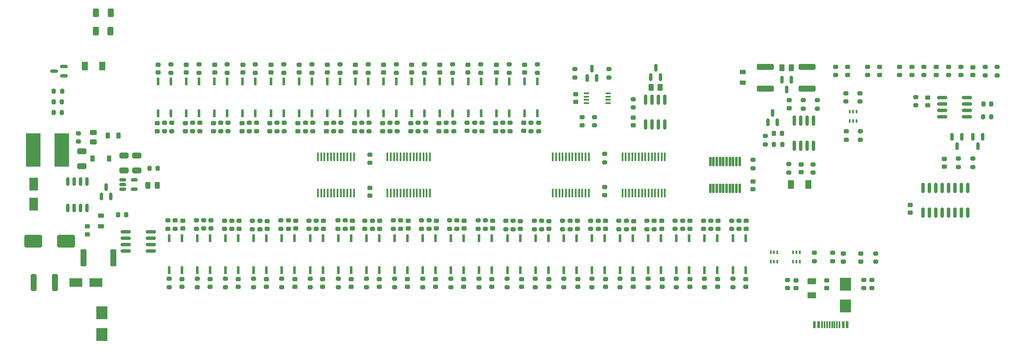
<source format=gbr>
%TF.GenerationSoftware,KiCad,Pcbnew,(6.0.0)*%
%TF.CreationDate,2023-02-03T10:22:37+01:00*%
%TF.ProjectId,boneIO - input WT32,626f6e65-494f-4202-9d20-696e70757420,rev?*%
%TF.SameCoordinates,Original*%
%TF.FileFunction,Paste,Top*%
%TF.FilePolarity,Positive*%
%FSLAX46Y46*%
G04 Gerber Fmt 4.6, Leading zero omitted, Abs format (unit mm)*
G04 Created by KiCad (PCBNEW (6.0.0)) date 2023-02-03 10:22:37*
%MOMM*%
%LPD*%
G01*
G04 APERTURE LIST*
G04 Aperture macros list*
%AMRoundRect*
0 Rectangle with rounded corners*
0 $1 Rounding radius*
0 $2 $3 $4 $5 $6 $7 $8 $9 X,Y pos of 4 corners*
0 Add a 4 corners polygon primitive as box body*
4,1,4,$2,$3,$4,$5,$6,$7,$8,$9,$2,$3,0*
0 Add four circle primitives for the rounded corners*
1,1,$1+$1,$2,$3*
1,1,$1+$1,$4,$5*
1,1,$1+$1,$6,$7*
1,1,$1+$1,$8,$9*
0 Add four rect primitives between the rounded corners*
20,1,$1+$1,$2,$3,$4,$5,0*
20,1,$1+$1,$4,$5,$6,$7,0*
20,1,$1+$1,$6,$7,$8,$9,0*
20,1,$1+$1,$8,$9,$2,$3,0*%
G04 Aperture macros list end*
%ADD10RoundRect,0.250000X0.650000X-0.325000X0.650000X0.325000X-0.650000X0.325000X-0.650000X-0.325000X0*%
%ADD11RoundRect,0.200000X0.275000X-0.200000X0.275000X0.200000X-0.275000X0.200000X-0.275000X-0.200000X0*%
%ADD12RoundRect,0.150000X-0.150000X0.587500X-0.150000X-0.587500X0.150000X-0.587500X0.150000X0.587500X0*%
%ADD13R,2.850000X6.600000*%
%ADD14R,0.400000X0.650000*%
%ADD15RoundRect,0.200000X-0.275000X0.200000X-0.275000X-0.200000X0.275000X-0.200000X0.275000X0.200000X0*%
%ADD16RoundRect,0.225000X-0.250000X0.225000X-0.250000X-0.225000X0.250000X-0.225000X0.250000X0.225000X0*%
%ADD17RoundRect,0.225000X0.250000X-0.225000X0.250000X0.225000X-0.250000X0.225000X-0.250000X-0.225000X0*%
%ADD18RoundRect,0.243750X0.456250X-0.243750X0.456250X0.243750X-0.456250X0.243750X-0.456250X-0.243750X0*%
%ADD19RoundRect,0.218750X-0.256250X0.218750X-0.256250X-0.218750X0.256250X-0.218750X0.256250X0.218750X0*%
%ADD20R,1.800000X2.500000*%
%ADD21RoundRect,0.218750X0.256250X-0.218750X0.256250X0.218750X-0.256250X0.218750X-0.256250X-0.218750X0*%
%ADD22R,0.600000X1.500000*%
%ADD23RoundRect,0.218750X0.381250X-0.218750X0.381250X0.218750X-0.381250X0.218750X-0.381250X-0.218750X0*%
%ADD24RoundRect,0.125000X-0.125000X0.825000X-0.125000X-0.825000X0.125000X-0.825000X0.125000X0.825000X0*%
%ADD25RoundRect,0.200000X0.200000X0.275000X-0.200000X0.275000X-0.200000X-0.275000X0.200000X-0.275000X0*%
%ADD26R,0.450000X1.750000*%
%ADD27RoundRect,0.250000X-0.312500X-0.625000X0.312500X-0.625000X0.312500X0.625000X-0.312500X0.625000X0*%
%ADD28RoundRect,0.150000X0.150000X-0.825000X0.150000X0.825000X-0.150000X0.825000X-0.150000X-0.825000X0*%
%ADD29R,2.500000X1.800000*%
%ADD30R,2.300000X2.500000*%
%ADD31RoundRect,0.150000X0.150000X-0.587500X0.150000X0.587500X-0.150000X0.587500X-0.150000X-0.587500X0*%
%ADD32RoundRect,0.250000X-0.650000X0.325000X-0.650000X-0.325000X0.650000X-0.325000X0.650000X0.325000X0*%
%ADD33RoundRect,0.250000X0.362500X1.425000X-0.362500X1.425000X-0.362500X-1.425000X0.362500X-1.425000X0*%
%ADD34RoundRect,0.200000X-0.200000X-0.275000X0.200000X-0.275000X0.200000X0.275000X-0.200000X0.275000X0*%
%ADD35R,0.600000X1.450000*%
%ADD36R,0.300000X1.450000*%
%ADD37R,1.300000X1.700000*%
%ADD38RoundRect,0.225000X0.225000X0.250000X-0.225000X0.250000X-0.225000X-0.250000X0.225000X-0.250000X0*%
%ADD39RoundRect,0.150000X-0.150000X0.675000X-0.150000X-0.675000X0.150000X-0.675000X0.150000X0.675000X0*%
%ADD40RoundRect,0.250000X0.625000X-0.375000X0.625000X0.375000X-0.625000X0.375000X-0.625000X-0.375000X0*%
%ADD41RoundRect,0.225000X-0.225000X-0.250000X0.225000X-0.250000X0.225000X0.250000X-0.225000X0.250000X0*%
%ADD42RoundRect,0.250000X1.450000X-0.312500X1.450000X0.312500X-1.450000X0.312500X-1.450000X-0.312500X0*%
%ADD43RoundRect,0.150000X-0.825000X-0.150000X0.825000X-0.150000X0.825000X0.150000X-0.825000X0.150000X0*%
%ADD44RoundRect,0.150000X-0.512500X-0.150000X0.512500X-0.150000X0.512500X0.150000X-0.512500X0.150000X0*%
%ADD45RoundRect,0.250000X0.312500X1.450000X-0.312500X1.450000X-0.312500X-1.450000X0.312500X-1.450000X0*%
%ADD46RoundRect,0.150000X0.587500X0.150000X-0.587500X0.150000X-0.587500X-0.150000X0.587500X-0.150000X0*%
%ADD47RoundRect,0.250000X0.262500X0.450000X-0.262500X0.450000X-0.262500X-0.450000X0.262500X-0.450000X0*%
%ADD48RoundRect,0.218750X-0.218750X-0.381250X0.218750X-0.381250X0.218750X0.381250X-0.218750X0.381250X0*%
%ADD49RoundRect,0.250000X1.500000X1.000000X-1.500000X1.000000X-1.500000X-1.000000X1.500000X-1.000000X0*%
%ADD50R,1.100000X0.400000*%
%ADD51R,0.900000X1.200000*%
%ADD52RoundRect,0.150000X0.825000X0.150000X-0.825000X0.150000X-0.825000X-0.150000X0.825000X-0.150000X0*%
%ADD53RoundRect,0.243750X0.243750X0.456250X-0.243750X0.456250X-0.243750X-0.456250X0.243750X-0.456250X0*%
G04 APERTURE END LIST*
D10*
%TO.C,C27*%
X76730000Y-84830000D03*
X76730000Y-81880000D03*
%TD*%
D11*
%TO.C,R76*%
X189300000Y-96450000D03*
X189300000Y-94800000D03*
%TD*%
D12*
%TO.C,D10*%
X206760000Y-66842500D03*
X204860000Y-66842500D03*
X205810000Y-68717500D03*
%TD*%
D11*
%TO.C,R145*%
X211080000Y-85275000D03*
X211080000Y-83625000D03*
%TD*%
D13*
%TO.C,L1*%
X56165000Y-80770000D03*
X61815000Y-80770000D03*
%TD*%
D14*
%TO.C,U25*%
X203970000Y-101075000D03*
X203320000Y-101075000D03*
X202670000Y-101075000D03*
X202670000Y-102975000D03*
X203320000Y-102975000D03*
X203970000Y-102975000D03*
%TD*%
D15*
%TO.C,R107*%
X121410000Y-75365000D03*
X121410000Y-77015000D03*
%TD*%
D16*
%TO.C,C19*%
X153170000Y-106440000D03*
X153170000Y-107990000D03*
%TD*%
D17*
%TO.C,C50*%
X153730000Y-65370000D03*
X153730000Y-63820000D03*
%TD*%
D18*
%TO.C,D18*%
X68080000Y-79180000D03*
X68080000Y-77305000D03*
%TD*%
D19*
%TO.C,D40*%
X125560000Y-75442500D03*
X125560000Y-77017500D03*
%TD*%
D11*
%TO.C,R141*%
X209150000Y-72545000D03*
X209150000Y-70895000D03*
%TD*%
D20*
%TO.C,D11*%
X56220000Y-87540000D03*
X56220000Y-91540000D03*
%TD*%
D21*
%TO.C,D4*%
X91450000Y-96355000D03*
X91450000Y-94780000D03*
%TD*%
D19*
%TO.C,D44*%
X153590000Y-75405000D03*
X153590000Y-76980000D03*
%TD*%
D22*
%TO.C,U6*%
X111130000Y-104670000D03*
X113670000Y-104670000D03*
X113670000Y-98320000D03*
X111130000Y-98320000D03*
%TD*%
%TO.C,U20*%
X167120000Y-104670000D03*
X169660000Y-104670000D03*
X169660000Y-98320000D03*
X167120000Y-98320000D03*
%TD*%
D15*
%TO.C,R102*%
X122870000Y-75365000D03*
X122870000Y-77015000D03*
%TD*%
D23*
%TO.C,L4*%
X197110000Y-67382500D03*
X197110000Y-65257500D03*
%TD*%
D16*
%TO.C,C24*%
X181140000Y-106440000D03*
X181140000Y-107990000D03*
%TD*%
D11*
%TO.C,R63*%
X168380000Y-96470000D03*
X168380000Y-94820000D03*
%TD*%
D21*
%TO.C,D29*%
X197820000Y-96407500D03*
X197820000Y-94832500D03*
%TD*%
D17*
%TO.C,C40*%
X114590000Y-65370000D03*
X114590000Y-63820000D03*
%TD*%
D24*
%TO.C,U52*%
X196485000Y-83055000D03*
X195835000Y-83055000D03*
X195185000Y-83055000D03*
X194535000Y-83055000D03*
X193885000Y-83055000D03*
X193235000Y-83055000D03*
X192585000Y-83055000D03*
X191935000Y-83055000D03*
X191285000Y-83055000D03*
X190635000Y-83055000D03*
X190635000Y-88380000D03*
X191285000Y-88380000D03*
X191935000Y-88380000D03*
X192585000Y-88380000D03*
X193235000Y-88380000D03*
X193885000Y-88380000D03*
X194535000Y-88380000D03*
X195185000Y-88380000D03*
X195835000Y-88380000D03*
X196485000Y-88380000D03*
%TD*%
D25*
%TO.C,R22*%
X61855000Y-69090000D03*
X60205000Y-69090000D03*
%TD*%
D16*
%TO.C,C29*%
X192120000Y-106440000D03*
X192120000Y-107990000D03*
%TD*%
D11*
%TO.C,R1*%
X224320000Y-65890000D03*
X224320000Y-64240000D03*
%TD*%
D26*
%TO.C,U51*%
X173200000Y-89300000D03*
X173850000Y-89300000D03*
X174500000Y-89300000D03*
X175150000Y-89300000D03*
X175800000Y-89300000D03*
X176450000Y-89300000D03*
X177100000Y-89300000D03*
X177750000Y-89300000D03*
X178400000Y-89300000D03*
X179050000Y-89300000D03*
X179700000Y-89300000D03*
X180350000Y-89300000D03*
X181000000Y-89300000D03*
X181650000Y-89300000D03*
X181650000Y-82100000D03*
X181000000Y-82100000D03*
X180350000Y-82100000D03*
X179700000Y-82100000D03*
X179050000Y-82100000D03*
X178400000Y-82100000D03*
X177750000Y-82100000D03*
X177100000Y-82100000D03*
X176450000Y-82100000D03*
X175800000Y-82100000D03*
X175150000Y-82100000D03*
X174500000Y-82100000D03*
X173850000Y-82100000D03*
X173200000Y-82100000D03*
%TD*%
D21*
%TO.C,D21*%
X158620000Y-96455000D03*
X158620000Y-94880000D03*
%TD*%
%TO.C,D17*%
X147440000Y-96387500D03*
X147440000Y-94812500D03*
%TD*%
D11*
%TO.C,R43*%
X134760000Y-96430000D03*
X134760000Y-94780000D03*
%TD*%
D27*
%TO.C,R148*%
X68575000Y-57190000D03*
X71500000Y-57190000D03*
%TD*%
D28*
%TO.C,U38*%
X232915000Y-93265000D03*
X234185000Y-93265000D03*
X235455000Y-93265000D03*
X236725000Y-93265000D03*
X237995000Y-93265000D03*
X239265000Y-93265000D03*
X240535000Y-93265000D03*
X241805000Y-93265000D03*
X241805000Y-88315000D03*
X240535000Y-88315000D03*
X239265000Y-88315000D03*
X237995000Y-88315000D03*
X236725000Y-88315000D03*
X235455000Y-88315000D03*
X234185000Y-88315000D03*
X232915000Y-88315000D03*
%TD*%
D16*
%TO.C,C13*%
X136060000Y-106440000D03*
X136060000Y-107990000D03*
%TD*%
D11*
%TO.C,R131*%
X220495000Y-78730000D03*
X220495000Y-77080000D03*
%TD*%
D15*
%TO.C,R50*%
X167110000Y-106390000D03*
X167110000Y-108040000D03*
%TD*%
D11*
%TO.C,R45*%
X145980000Y-96430000D03*
X145980000Y-94780000D03*
%TD*%
D19*
%TO.C,D31*%
X86340000Y-75442500D03*
X86340000Y-77017500D03*
%TD*%
D22*
%TO.C,U43*%
X156280000Y-67150000D03*
X153740000Y-67150000D03*
X153740000Y-73500000D03*
X156280000Y-73500000D03*
%TD*%
D11*
%TO.C,R10*%
X88530000Y-96405000D03*
X88530000Y-94755000D03*
%TD*%
%TO.C,R135*%
X215580000Y-65890000D03*
X215580000Y-64240000D03*
%TD*%
%TO.C,R60*%
X151480000Y-96490000D03*
X151480000Y-94840000D03*
%TD*%
D22*
%TO.C,U1*%
X83130000Y-104670000D03*
X85670000Y-104670000D03*
X85670000Y-98320000D03*
X83130000Y-98320000D03*
%TD*%
D11*
%TO.C,R57*%
X166920000Y-96470000D03*
X166920000Y-94820000D03*
%TD*%
%TO.C,R61*%
X157160000Y-96490000D03*
X157160000Y-94840000D03*
%TD*%
D28*
%TO.C,U46*%
X177845000Y-75720000D03*
X179115000Y-75720000D03*
X180385000Y-75720000D03*
X181655000Y-75720000D03*
X181655000Y-70770000D03*
X180385000Y-70770000D03*
X179115000Y-70770000D03*
X177845000Y-70770000D03*
%TD*%
D11*
%TO.C,R138*%
X231450000Y-71905000D03*
X231450000Y-70255000D03*
%TD*%
D19*
%TO.C,D47*%
X142360000Y-75405000D03*
X142360000Y-76980000D03*
%TD*%
D21*
%TO.C,D28*%
X192220000Y-96415000D03*
X192220000Y-94840000D03*
%TD*%
D19*
%TO.C,D48*%
X147990000Y-75442500D03*
X147990000Y-77017500D03*
%TD*%
D15*
%TO.C,R110*%
X239980000Y-82510000D03*
X239980000Y-84160000D03*
%TD*%
%TO.C,R125*%
X155050000Y-75370000D03*
X155050000Y-77020000D03*
%TD*%
D16*
%TO.C,C57*%
X199170000Y-87015000D03*
X199170000Y-88565000D03*
%TD*%
D17*
%TO.C,C33*%
X80940000Y-65370000D03*
X80940000Y-63820000D03*
%TD*%
D19*
%TO.C,D32*%
X80740000Y-75442500D03*
X80740000Y-77017500D03*
%TD*%
D15*
%TO.C,R122*%
X145280000Y-75365000D03*
X145280000Y-77015000D03*
%TD*%
D11*
%TO.C,R151*%
X170550000Y-66375000D03*
X170550000Y-64725000D03*
%TD*%
D15*
%TO.C,R101*%
X128480000Y-75365000D03*
X128480000Y-77015000D03*
%TD*%
D29*
%TO.C,D2*%
X68620000Y-107100000D03*
X64620000Y-107100000D03*
%TD*%
D27*
%TO.C,R149*%
X68595000Y-53520000D03*
X71520000Y-53520000D03*
%TD*%
D17*
%TO.C,C47*%
X136930000Y-65370000D03*
X136930000Y-63820000D03*
%TD*%
D11*
%TO.C,R116*%
X150680000Y-65420000D03*
X150680000Y-63770000D03*
%TD*%
D15*
%TO.C,R31*%
X144720000Y-106390000D03*
X144720000Y-108040000D03*
%TD*%
%TO.C,R118*%
X223555000Y-101327500D03*
X223555000Y-102977500D03*
%TD*%
D25*
%TO.C,R67*%
X204950000Y-79690000D03*
X203300000Y-79690000D03*
%TD*%
D15*
%TO.C,R120*%
X134080000Y-75365000D03*
X134080000Y-77015000D03*
%TD*%
D16*
%TO.C,C56*%
X169700000Y-88165000D03*
X169700000Y-89715000D03*
%TD*%
D30*
%TO.C,D33*%
X217475000Y-111745000D03*
X217475000Y-107445000D03*
%TD*%
D15*
%TO.C,R2*%
X83120000Y-106390000D03*
X83120000Y-108040000D03*
%TD*%
D16*
%TO.C,C30*%
X197730000Y-106440000D03*
X197730000Y-107990000D03*
%TD*%
D15*
%TO.C,R105*%
X110210000Y-75365000D03*
X110210000Y-77015000D03*
%TD*%
D31*
%TO.C,Q2*%
X69680000Y-90047500D03*
X71580000Y-90047500D03*
X70630000Y-88172500D03*
%TD*%
D32*
%TO.C,C25*%
X74160000Y-81860000D03*
X74160000Y-84810000D03*
%TD*%
D22*
%TO.C,U11*%
X127930000Y-104670000D03*
X130470000Y-104670000D03*
X130470000Y-98320000D03*
X127930000Y-98320000D03*
%TD*%
D33*
%TO.C,R23*%
X72090000Y-102240000D03*
X66165000Y-102240000D03*
%TD*%
D11*
%TO.C,R6*%
X105530000Y-108040000D03*
X105530000Y-106390000D03*
%TD*%
%TO.C,R35*%
X127690000Y-96430000D03*
X127690000Y-94780000D03*
%TD*%
%TO.C,R37*%
X138830000Y-96430000D03*
X138830000Y-94780000D03*
%TD*%
%TO.C,R88*%
X221120000Y-108250000D03*
X221120000Y-106600000D03*
%TD*%
D34*
%TO.C,R66*%
X79240000Y-84420000D03*
X80890000Y-84420000D03*
%TD*%
D15*
%TO.C,R80*%
X83660000Y-75365000D03*
X83660000Y-77015000D03*
%TD*%
%TO.C,R115*%
X145060000Y-63770000D03*
X145060000Y-65420000D03*
%TD*%
D35*
%TO.C,J2*%
X211350000Y-115455000D03*
X212150000Y-115455000D03*
D36*
X213350000Y-115455000D03*
X214350000Y-115455000D03*
X214850000Y-115455000D03*
X215850000Y-115455000D03*
D35*
X217050000Y-115455000D03*
X217850000Y-115455000D03*
X217850000Y-115455000D03*
X217050000Y-115455000D03*
D36*
X216350000Y-115455000D03*
X215350000Y-115455000D03*
X213850000Y-115455000D03*
X212850000Y-115455000D03*
D35*
X212150000Y-115455000D03*
X211350000Y-115455000D03*
%TD*%
D15*
%TO.C,R27*%
X122360000Y-106390000D03*
X122360000Y-108040000D03*
%TD*%
D22*
%TO.C,U5*%
X105530000Y-104670000D03*
X108070000Y-104670000D03*
X108070000Y-98320000D03*
X105530000Y-98320000D03*
%TD*%
D11*
%TO.C,R89*%
X122690000Y-65420000D03*
X122690000Y-63770000D03*
%TD*%
D15*
%TO.C,R52*%
X178280000Y-106390000D03*
X178280000Y-108040000D03*
%TD*%
%TO.C,R126*%
X132620000Y-75365000D03*
X132620000Y-77015000D03*
%TD*%
D17*
%TO.C,C37*%
X97760000Y-65370000D03*
X97760000Y-63820000D03*
%TD*%
D37*
%TO.C,D49*%
X206675000Y-87650000D03*
X210175000Y-87650000D03*
%TD*%
D11*
%TO.C,R146*%
X199170000Y-84415000D03*
X199170000Y-82765000D03*
%TD*%
D15*
%TO.C,R100*%
X117280000Y-75365000D03*
X117280000Y-77015000D03*
%TD*%
D16*
%TO.C,C6*%
X113660000Y-106440000D03*
X113660000Y-107990000D03*
%TD*%
D11*
%TO.C,R92*%
X111490000Y-65420000D03*
X111490000Y-63770000D03*
%TD*%
%TO.C,R12*%
X99690000Y-96490000D03*
X99690000Y-94840000D03*
%TD*%
D15*
%TO.C,R30*%
X139130000Y-106390000D03*
X139130000Y-108040000D03*
%TD*%
D11*
%TO.C,R73*%
X83480000Y-65420000D03*
X83480000Y-63770000D03*
%TD*%
D21*
%TO.C,D13*%
X124970000Y-96415000D03*
X124970000Y-94840000D03*
%TD*%
D38*
%TO.C,C26*%
X204875000Y-77510000D03*
X203325000Y-77510000D03*
%TD*%
D15*
%TO.C,R95*%
X240420000Y-64240000D03*
X240420000Y-65890000D03*
%TD*%
D11*
%TO.C,R55*%
X155700000Y-96490000D03*
X155700000Y-94840000D03*
%TD*%
D39*
%TO.C,U15*%
X66785000Y-87035000D03*
X65515000Y-87035000D03*
X64245000Y-87035000D03*
X62975000Y-87035000D03*
X62975000Y-92285000D03*
X64245000Y-92285000D03*
X65515000Y-92285000D03*
X66785000Y-92285000D03*
%TD*%
D22*
%TO.C,U26*%
X183920000Y-104670000D03*
X186460000Y-104670000D03*
X186460000Y-98320000D03*
X183920000Y-98320000D03*
%TD*%
D11*
%TO.C,R117*%
X156280000Y-65420000D03*
X156280000Y-63770000D03*
%TD*%
D21*
%TO.C,D8*%
X113830000Y-96415000D03*
X113830000Y-94840000D03*
%TD*%
D15*
%TO.C,R86*%
X82200000Y-75365000D03*
X82200000Y-77015000D03*
%TD*%
D11*
%TO.C,R46*%
X65100000Y-79125000D03*
X65100000Y-77475000D03*
%TD*%
D17*
%TO.C,C55*%
X163877500Y-71230000D03*
X163877500Y-69680000D03*
%TD*%
D22*
%TO.C,U28*%
X195120000Y-104670000D03*
X197660000Y-104670000D03*
X197660000Y-98320000D03*
X195120000Y-98320000D03*
%TD*%
D31*
%TO.C,D51*%
X166207500Y-66497500D03*
X168107500Y-66497500D03*
X167157500Y-64622500D03*
%TD*%
D11*
%TO.C,R54*%
X150020000Y-96490000D03*
X150020000Y-94840000D03*
%TD*%
D19*
%TO.C,D42*%
X220525000Y-101375000D03*
X220525000Y-102950000D03*
%TD*%
%TO.C,D36*%
X103110000Y-75442500D03*
X103110000Y-77017500D03*
%TD*%
D17*
%TO.C,C41*%
X125750000Y-65370000D03*
X125750000Y-63820000D03*
%TD*%
D22*
%TO.C,U41*%
X145090000Y-67140000D03*
X142550000Y-67140000D03*
X142550000Y-73490000D03*
X145090000Y-73490000D03*
%TD*%
D21*
%TO.C,D27*%
X186600000Y-96415000D03*
X186600000Y-94840000D03*
%TD*%
D28*
%TO.C,U53*%
X207325000Y-79925000D03*
X208595000Y-79925000D03*
X209865000Y-79925000D03*
X211135000Y-79925000D03*
X211135000Y-74975000D03*
X209865000Y-74975000D03*
X208595000Y-74975000D03*
X207325000Y-74975000D03*
%TD*%
D15*
%TO.C,R48*%
X155910000Y-106390000D03*
X155910000Y-108040000D03*
%TD*%
%TO.C,R139*%
X175380000Y-70700000D03*
X175380000Y-72350000D03*
%TD*%
D21*
%TO.C,D23*%
X169840000Y-96425000D03*
X169840000Y-94850000D03*
%TD*%
D40*
%TO.C,F3*%
X210800000Y-109625000D03*
X210800000Y-106825000D03*
%TD*%
D22*
%TO.C,U39*%
X133890000Y-67140000D03*
X131350000Y-67140000D03*
X131350000Y-73490000D03*
X133890000Y-73490000D03*
%TD*%
D38*
%TO.C,C9*%
X246470000Y-71650000D03*
X244920000Y-71650000D03*
%TD*%
D11*
%TO.C,R58*%
X172510000Y-96490000D03*
X172510000Y-94840000D03*
%TD*%
D22*
%TO.C,U36*%
X122690000Y-67140000D03*
X120150000Y-67140000D03*
X120150000Y-73490000D03*
X122690000Y-73490000D03*
%TD*%
D15*
%TO.C,R97*%
X100520000Y-75365000D03*
X100520000Y-77015000D03*
%TD*%
%TO.C,R119*%
X214985000Y-101217500D03*
X214985000Y-102867500D03*
%TD*%
%TO.C,R5*%
X99920000Y-106390000D03*
X99920000Y-108040000D03*
%TD*%
D11*
%TO.C,R44*%
X140290000Y-96430000D03*
X140290000Y-94780000D03*
%TD*%
D17*
%TO.C,C39*%
X108940000Y-65370000D03*
X108940000Y-63820000D03*
%TD*%
D11*
%TO.C,R56*%
X161320000Y-96490000D03*
X161320000Y-94840000D03*
%TD*%
%TO.C,R42*%
X129150000Y-96430000D03*
X129150000Y-94780000D03*
%TD*%
D10*
%TO.C,C18*%
X65780000Y-83995000D03*
X65780000Y-81045000D03*
%TD*%
D17*
%TO.C,C16*%
X242830000Y-65870000D03*
X242830000Y-64320000D03*
%TD*%
D41*
%TO.C,C7*%
X73025000Y-93650000D03*
X74575000Y-93650000D03*
%TD*%
D42*
%TO.C,F2*%
X201630000Y-68570000D03*
X201630000Y-64295000D03*
%TD*%
D17*
%TO.C,C51*%
X233830000Y-71895000D03*
X233830000Y-70345000D03*
%TD*%
D15*
%TO.C,R127*%
X138220000Y-75365000D03*
X138220000Y-77015000D03*
%TD*%
D11*
%TO.C,R96*%
X238000000Y-65890000D03*
X238000000Y-64240000D03*
%TD*%
%TO.C,R34*%
X122050000Y-96450000D03*
X122050000Y-94800000D03*
%TD*%
D21*
%TO.C,D7*%
X108280000Y-96395000D03*
X108280000Y-94820000D03*
%TD*%
D19*
%TO.C,D46*%
X136760000Y-75442500D03*
X136760000Y-77017500D03*
%TD*%
D22*
%TO.C,U35*%
X117090000Y-67140000D03*
X114550000Y-67140000D03*
X114550000Y-73490000D03*
X117090000Y-73490000D03*
%TD*%
D42*
%TO.C,F4*%
X209930000Y-68570000D03*
X209930000Y-64295000D03*
%TD*%
D11*
%TO.C,R59*%
X178060000Y-96490000D03*
X178060000Y-94840000D03*
%TD*%
%TO.C,R62*%
X162780000Y-96490000D03*
X162780000Y-94840000D03*
%TD*%
D26*
%TO.C,U50*%
X166525000Y-82100000D03*
X165875000Y-82100000D03*
X165225000Y-82100000D03*
X164575000Y-82100000D03*
X163925000Y-82100000D03*
X163275000Y-82100000D03*
X162625000Y-82100000D03*
X161975000Y-82100000D03*
X161325000Y-82100000D03*
X160675000Y-82100000D03*
X160025000Y-82100000D03*
X159375000Y-82100000D03*
X159375000Y-89300000D03*
X160025000Y-89300000D03*
X160675000Y-89300000D03*
X161325000Y-89300000D03*
X161975000Y-89300000D03*
X162625000Y-89300000D03*
X163275000Y-89300000D03*
X163925000Y-89300000D03*
X164575000Y-89300000D03*
X165225000Y-89300000D03*
X165875000Y-89300000D03*
X166525000Y-89300000D03*
%TD*%
D15*
%TO.C,R113*%
X133900000Y-63770000D03*
X133900000Y-65420000D03*
%TD*%
D16*
%TO.C,C44*%
X230340000Y-91720000D03*
X230340000Y-93270000D03*
%TD*%
D19*
%TO.C,D35*%
X97600000Y-75442500D03*
X97600000Y-77017500D03*
%TD*%
D11*
%TO.C,R33*%
X116650000Y-96430000D03*
X116650000Y-94780000D03*
%TD*%
D16*
%TO.C,C22*%
X169830000Y-106440000D03*
X169830000Y-107990000D03*
%TD*%
D17*
%TO.C,C43*%
X235580000Y-65840000D03*
X235580000Y-64290000D03*
%TD*%
D15*
%TO.C,R108*%
X127020000Y-75365000D03*
X127020000Y-77015000D03*
%TD*%
D30*
%TO.C,D1*%
X69775000Y-113120000D03*
X69775000Y-117420000D03*
%TD*%
D43*
%TO.C,U45*%
X236695000Y-70365000D03*
X236695000Y-71635000D03*
X236695000Y-72905000D03*
X236695000Y-74175000D03*
X241645000Y-74175000D03*
X241645000Y-72905000D03*
X241645000Y-71635000D03*
X241645000Y-70365000D03*
%TD*%
D11*
%TO.C,R65*%
X179520000Y-96490000D03*
X179520000Y-94840000D03*
%TD*%
D16*
%TO.C,C20*%
X158560000Y-106440000D03*
X158560000Y-107990000D03*
%TD*%
D17*
%TO.C,C38*%
X103350000Y-65370000D03*
X103350000Y-63820000D03*
%TD*%
D16*
%TO.C,C14*%
X141660000Y-106440000D03*
X141660000Y-107990000D03*
%TD*%
D34*
%TO.C,R25*%
X244845000Y-74180000D03*
X246495000Y-74180000D03*
%TD*%
D22*
%TO.C,U12*%
X133530000Y-104670000D03*
X136070000Y-104670000D03*
X136070000Y-98320000D03*
X133530000Y-98320000D03*
%TD*%
D21*
%TO.C,D16*%
X141750000Y-96385000D03*
X141750000Y-94810000D03*
%TD*%
D22*
%TO.C,U14*%
X144730000Y-104670000D03*
X147270000Y-104670000D03*
X147270000Y-98320000D03*
X144730000Y-98320000D03*
%TD*%
%TO.C,U10*%
X122330000Y-104670000D03*
X124870000Y-104670000D03*
X124870000Y-98320000D03*
X122330000Y-98320000D03*
%TD*%
D11*
%TO.C,R81*%
X185140000Y-96450000D03*
X185140000Y-94800000D03*
%TD*%
D19*
%TO.C,D45*%
X131160000Y-75442500D03*
X131160000Y-77017500D03*
%TD*%
D22*
%TO.C,U4*%
X99930000Y-104670000D03*
X102470000Y-104670000D03*
X102470000Y-98320000D03*
X99930000Y-98320000D03*
%TD*%
D16*
%TO.C,C2*%
X91260000Y-106440000D03*
X91260000Y-107990000D03*
%TD*%
D17*
%TO.C,C45*%
X228290000Y-65840000D03*
X228290000Y-64290000D03*
%TD*%
D44*
%TO.C,U23*%
X73940000Y-86700000D03*
X73940000Y-87650000D03*
X73940000Y-88600000D03*
X76215000Y-88600000D03*
X76215000Y-86700000D03*
%TD*%
D11*
%TO.C,R147*%
X169700000Y-83225000D03*
X169700000Y-81575000D03*
%TD*%
D15*
%TO.C,R124*%
X156510000Y-75365000D03*
X156510000Y-77015000D03*
%TD*%
%TO.C,R93*%
X117090000Y-63770000D03*
X117090000Y-65420000D03*
%TD*%
D22*
%TO.C,U3*%
X94330000Y-104670000D03*
X96870000Y-104670000D03*
X96870000Y-98320000D03*
X94330000Y-98320000D03*
%TD*%
D11*
%TO.C,R38*%
X144520000Y-96430000D03*
X144520000Y-94780000D03*
%TD*%
D26*
%TO.C,U48*%
X126525000Y-89375000D03*
X127175000Y-89375000D03*
X127825000Y-89375000D03*
X128475000Y-89375000D03*
X129125000Y-89375000D03*
X129775000Y-89375000D03*
X130425000Y-89375000D03*
X131075000Y-89375000D03*
X131725000Y-89375000D03*
X132375000Y-89375000D03*
X133025000Y-89375000D03*
X133675000Y-89375000D03*
X134325000Y-89375000D03*
X134975000Y-89375000D03*
X134975000Y-82175000D03*
X134325000Y-82175000D03*
X133675000Y-82175000D03*
X133025000Y-82175000D03*
X132375000Y-82175000D03*
X131725000Y-82175000D03*
X131075000Y-82175000D03*
X130425000Y-82175000D03*
X129775000Y-82175000D03*
X129125000Y-82175000D03*
X128475000Y-82175000D03*
X127825000Y-82175000D03*
X127175000Y-82175000D03*
X126525000Y-82175000D03*
%TD*%
D15*
%TO.C,R49*%
X161520000Y-106390000D03*
X161520000Y-108040000D03*
%TD*%
%TO.C,R7*%
X111130000Y-106390000D03*
X111130000Y-108040000D03*
%TD*%
%TO.C,R103*%
X99060000Y-75365000D03*
X99060000Y-77015000D03*
%TD*%
D17*
%TO.C,C42*%
X237150000Y-84105000D03*
X237150000Y-82555000D03*
%TD*%
D16*
%TO.C,C4*%
X102480000Y-106440000D03*
X102480000Y-107990000D03*
%TD*%
D15*
%TO.C,R152*%
X247650000Y-64275000D03*
X247650000Y-65925000D03*
%TD*%
D21*
%TO.C,D20*%
X152950000Y-96455000D03*
X152950000Y-94880000D03*
%TD*%
D16*
%TO.C,C15*%
X147280000Y-106440000D03*
X147280000Y-107990000D03*
%TD*%
%TO.C,C5*%
X108110000Y-106440000D03*
X108110000Y-107990000D03*
%TD*%
D17*
%TO.C,C35*%
X213775000Y-108200000D03*
X213775000Y-106650000D03*
%TD*%
D14*
%TO.C,U44*%
X218400000Y-75060000D03*
X219050000Y-75060000D03*
X219700000Y-75060000D03*
X219700000Y-73160000D03*
X219050000Y-73160000D03*
X218400000Y-73160000D03*
%TD*%
D11*
%TO.C,R130*%
X217655000Y-78730000D03*
X217655000Y-77080000D03*
%TD*%
%TO.C,R75*%
X183680000Y-96450000D03*
X183680000Y-94800000D03*
%TD*%
D15*
%TO.C,R47*%
X150310000Y-106390000D03*
X150310000Y-108040000D03*
%TD*%
D11*
%TO.C,R18*%
X95580000Y-96475000D03*
X95580000Y-94825000D03*
%TD*%
D22*
%TO.C,U29*%
X94690000Y-67140000D03*
X92150000Y-67140000D03*
X92150000Y-73490000D03*
X94690000Y-73490000D03*
%TD*%
D12*
%TO.C,Q4*%
X240610000Y-78152500D03*
X238710000Y-78152500D03*
X239660000Y-80027500D03*
%TD*%
D22*
%TO.C,U42*%
X150690000Y-67140000D03*
X148150000Y-67140000D03*
X148150000Y-73490000D03*
X150690000Y-73490000D03*
%TD*%
D31*
%TO.C,Q5*%
X202090000Y-75287500D03*
X203990000Y-75287500D03*
X203040000Y-73412500D03*
%TD*%
D15*
%TO.C,R26*%
X116740000Y-106390000D03*
X116740000Y-108040000D03*
%TD*%
D45*
%TO.C,F1*%
X60497500Y-107130000D03*
X56222500Y-107130000D03*
%TD*%
D15*
%TO.C,R129*%
X149450000Y-75365000D03*
X149450000Y-77015000D03*
%TD*%
D11*
%TO.C,R40*%
X118110000Y-96430000D03*
X118110000Y-94780000D03*
%TD*%
D22*
%TO.C,U33*%
X105890000Y-67140000D03*
X103350000Y-67140000D03*
X103350000Y-73490000D03*
X105890000Y-73490000D03*
%TD*%
D11*
%TO.C,R150*%
X163747500Y-66362500D03*
X163747500Y-64712500D03*
%TD*%
%TO.C,R13*%
X105360000Y-96440000D03*
X105360000Y-94790000D03*
%TD*%
%TO.C,R16*%
X84370000Y-96440000D03*
X84370000Y-94790000D03*
%TD*%
D22*
%TO.C,U32*%
X100290000Y-67140000D03*
X97750000Y-67140000D03*
X97750000Y-73490000D03*
X100290000Y-73490000D03*
%TD*%
D21*
%TO.C,D14*%
X130610000Y-96387500D03*
X130610000Y-94812500D03*
%TD*%
D15*
%TO.C,R24*%
X201595000Y-77995000D03*
X201595000Y-79645000D03*
%TD*%
D22*
%TO.C,U22*%
X178320000Y-104670000D03*
X180860000Y-104670000D03*
X180860000Y-98320000D03*
X178320000Y-98320000D03*
%TD*%
D11*
%TO.C,R74*%
X206000000Y-108250000D03*
X206000000Y-106600000D03*
%TD*%
D16*
%TO.C,C11*%
X124850000Y-106440000D03*
X124850000Y-107990000D03*
%TD*%
D15*
%TO.C,R121*%
X139680000Y-75365000D03*
X139680000Y-77015000D03*
%TD*%
D46*
%TO.C,Q1*%
X62197500Y-66050000D03*
X62197500Y-64150000D03*
X60322500Y-65100000D03*
%TD*%
D16*
%TO.C,C23*%
X175360000Y-106440000D03*
X175360000Y-107990000D03*
%TD*%
%TO.C,C58*%
X206360000Y-70895000D03*
X206360000Y-72445000D03*
%TD*%
D15*
%TO.C,R134*%
X217575000Y-69495000D03*
X217575000Y-71145000D03*
%TD*%
D17*
%TO.C,C32*%
X86550000Y-65370000D03*
X86550000Y-63820000D03*
%TD*%
D37*
%TO.C,D9*%
X69880000Y-64140000D03*
X66380000Y-64140000D03*
%TD*%
D21*
%TO.C,D5*%
X97040000Y-96440000D03*
X97040000Y-94865000D03*
%TD*%
D11*
%TO.C,R77*%
X194900000Y-96450000D03*
X194900000Y-94800000D03*
%TD*%
%TO.C,R82*%
X190760000Y-96450000D03*
X190760000Y-94800000D03*
%TD*%
D47*
%TO.C,R142*%
X206752500Y-64450000D03*
X204927500Y-64450000D03*
%TD*%
D22*
%TO.C,U30*%
X89090000Y-67140000D03*
X86550000Y-67140000D03*
X86550000Y-73490000D03*
X89090000Y-73490000D03*
%TD*%
D11*
%TO.C,R9*%
X82910000Y-96440000D03*
X82910000Y-94790000D03*
%TD*%
D15*
%TO.C,R3*%
X88720000Y-106390000D03*
X88720000Y-108040000D03*
%TD*%
D11*
%TO.C,R20*%
X106820000Y-96440000D03*
X106820000Y-94790000D03*
%TD*%
%TO.C,R71*%
X94670000Y-65420000D03*
X94670000Y-63770000D03*
%TD*%
D17*
%TO.C,C52*%
X175380000Y-75895000D03*
X175380000Y-74345000D03*
%TD*%
D11*
%TO.C,R41*%
X123510000Y-96450000D03*
X123510000Y-94800000D03*
%TD*%
D34*
%TO.C,R8*%
X60185000Y-73330000D03*
X61835000Y-73330000D03*
%TD*%
D11*
%TO.C,R14*%
X110910000Y-96450000D03*
X110910000Y-94800000D03*
%TD*%
D16*
%TO.C,C3*%
X96860000Y-106440000D03*
X96860000Y-107990000D03*
%TD*%
D19*
%TO.C,D37*%
X108750000Y-75442500D03*
X108750000Y-77017500D03*
%TD*%
%TO.C,D43*%
X217105000Y-101355000D03*
X217105000Y-102930000D03*
%TD*%
D26*
%TO.C,U47*%
X119850000Y-82170000D03*
X119200000Y-82170000D03*
X118550000Y-82170000D03*
X117900000Y-82170000D03*
X117250000Y-82170000D03*
X116600000Y-82170000D03*
X115950000Y-82170000D03*
X115300000Y-82170000D03*
X114650000Y-82170000D03*
X114000000Y-82170000D03*
X113350000Y-82170000D03*
X112700000Y-82170000D03*
X112700000Y-89370000D03*
X113350000Y-89370000D03*
X114000000Y-89370000D03*
X114650000Y-89370000D03*
X115300000Y-89370000D03*
X115950000Y-89370000D03*
X116600000Y-89370000D03*
X117250000Y-89370000D03*
X117900000Y-89370000D03*
X118550000Y-89370000D03*
X119200000Y-89370000D03*
X119850000Y-89370000D03*
%TD*%
D15*
%TO.C,R94*%
X128290000Y-63770000D03*
X128290000Y-65420000D03*
%TD*%
%TO.C,R128*%
X143820000Y-75370000D03*
X143820000Y-77020000D03*
%TD*%
D25*
%TO.C,R15*%
X61845000Y-71190000D03*
X60195000Y-71190000D03*
%TD*%
D22*
%TO.C,U40*%
X139490000Y-67140000D03*
X136950000Y-67140000D03*
X136950000Y-73490000D03*
X139490000Y-73490000D03*
%TD*%
%TO.C,U19*%
X161520000Y-104670000D03*
X164060000Y-104670000D03*
X164060000Y-98320000D03*
X161520000Y-98320000D03*
%TD*%
D12*
%TO.C,Q3*%
X244760000Y-78135000D03*
X242860000Y-78135000D03*
X243810000Y-80010000D03*
%TD*%
D22*
%TO.C,U2*%
X88730000Y-104670000D03*
X91270000Y-104670000D03*
X91270000Y-98320000D03*
X88730000Y-98320000D03*
%TD*%
D11*
%TO.C,R17*%
X89990000Y-96400000D03*
X89990000Y-94750000D03*
%TD*%
D47*
%TO.C,R143*%
X180720000Y-68300000D03*
X178895000Y-68300000D03*
%TD*%
D16*
%TO.C,C1*%
X85670000Y-106440000D03*
X85670000Y-107990000D03*
%TD*%
D17*
%TO.C,C46*%
X131340000Y-65370000D03*
X131340000Y-63820000D03*
%TD*%
D14*
%TO.C,U24*%
X208440000Y-101100000D03*
X207790000Y-101100000D03*
X207140000Y-101100000D03*
X207140000Y-103000000D03*
X207790000Y-103000000D03*
X208440000Y-103000000D03*
%TD*%
D21*
%TO.C,D24*%
X175430000Y-96455000D03*
X175430000Y-94880000D03*
%TD*%
D22*
%TO.C,U13*%
X139130000Y-104670000D03*
X141670000Y-104670000D03*
X141670000Y-98320000D03*
X139130000Y-98320000D03*
%TD*%
D11*
%TO.C,R64*%
X173970000Y-96490000D03*
X173970000Y-94840000D03*
%TD*%
%TO.C,R72*%
X89090000Y-65420000D03*
X89090000Y-63770000D03*
%TD*%
D16*
%TO.C,C28*%
X186580000Y-106440000D03*
X186580000Y-107990000D03*
%TD*%
D21*
%TO.C,D6*%
X102610000Y-96455000D03*
X102610000Y-94880000D03*
%TD*%
D15*
%TO.C,R78*%
X94860000Y-75365000D03*
X94860000Y-77015000D03*
%TD*%
D11*
%TO.C,R69*%
X189510000Y-108040000D03*
X189510000Y-106390000D03*
%TD*%
D48*
%TO.C,L2*%
X70915000Y-77880000D03*
X73040000Y-77880000D03*
%TD*%
D49*
%TO.C,C8*%
X62627500Y-98880000D03*
X56127500Y-98880000D03*
%TD*%
D15*
%TO.C,R79*%
X89260000Y-75365000D03*
X89260000Y-77015000D03*
%TD*%
D16*
%TO.C,C21*%
X164300000Y-106440000D03*
X164300000Y-107990000D03*
%TD*%
D50*
%TO.C,U49*%
X170327500Y-71480000D03*
X170327500Y-70830000D03*
X170327500Y-70180000D03*
X170327500Y-69530000D03*
X166027500Y-69530000D03*
X166027500Y-70180000D03*
X166027500Y-70830000D03*
X166027500Y-71480000D03*
%TD*%
D11*
%TO.C,R87*%
X222800000Y-108250000D03*
X222800000Y-106600000D03*
%TD*%
D15*
%TO.C,R123*%
X150910000Y-75365000D03*
X150910000Y-77015000D03*
%TD*%
D51*
%TO.C,D19*%
X71220000Y-82500000D03*
X67920000Y-82500000D03*
%TD*%
D15*
%TO.C,R29*%
X133530000Y-106390000D03*
X133530000Y-108040000D03*
%TD*%
D21*
%TO.C,D3*%
X85830000Y-96397500D03*
X85830000Y-94822500D03*
%TD*%
D16*
%TO.C,C53*%
X123000000Y-88275000D03*
X123000000Y-89825000D03*
%TD*%
D15*
%TO.C,R144*%
X206280000Y-83595000D03*
X206280000Y-85245000D03*
%TD*%
%TO.C,R136*%
X211920000Y-70910000D03*
X211920000Y-72560000D03*
%TD*%
D11*
%TO.C,R133*%
X221900000Y-65890000D03*
X221900000Y-64240000D03*
%TD*%
D22*
%TO.C,U17*%
X150330000Y-104670000D03*
X152870000Y-104670000D03*
X152870000Y-98320000D03*
X150330000Y-98320000D03*
%TD*%
D11*
%TO.C,R90*%
X100270000Y-65420000D03*
X100270000Y-63770000D03*
%TD*%
D21*
%TO.C,D12*%
X119570000Y-96395000D03*
X119570000Y-94820000D03*
%TD*%
%TO.C,D25*%
X180980000Y-96447500D03*
X180980000Y-94872500D03*
%TD*%
D17*
%TO.C,C17*%
X66920000Y-97515000D03*
X66920000Y-95965000D03*
%TD*%
D15*
%TO.C,R28*%
X127930000Y-106390000D03*
X127930000Y-108040000D03*
%TD*%
%TO.C,R109*%
X242790000Y-82510000D03*
X242790000Y-84160000D03*
%TD*%
%TO.C,R98*%
X106030000Y-75365000D03*
X106030000Y-77015000D03*
%TD*%
D19*
%TO.C,D39*%
X119950000Y-75442500D03*
X119950000Y-77017500D03*
%TD*%
D15*
%TO.C,R111*%
X233130000Y-64240000D03*
X233130000Y-65890000D03*
%TD*%
%TO.C,R32*%
X167620000Y-74255000D03*
X167620000Y-75905000D03*
%TD*%
%TO.C,R84*%
X93400000Y-75365000D03*
X93400000Y-77015000D03*
%TD*%
D16*
%TO.C,C10*%
X119300000Y-106440000D03*
X119300000Y-107990000D03*
%TD*%
D15*
%TO.C,R85*%
X87800000Y-75365000D03*
X87800000Y-77015000D03*
%TD*%
D22*
%TO.C,U34*%
X111490000Y-67140000D03*
X108950000Y-67140000D03*
X108950000Y-73490000D03*
X111490000Y-73490000D03*
%TD*%
D15*
%TO.C,R51*%
X172700000Y-106390000D03*
X172700000Y-108040000D03*
%TD*%
D11*
%TO.C,R36*%
X133300000Y-96430000D03*
X133300000Y-94780000D03*
%TD*%
D19*
%TO.C,D30*%
X91940000Y-75442500D03*
X91940000Y-77017500D03*
%TD*%
D22*
%TO.C,U37*%
X128290000Y-67140000D03*
X125750000Y-67140000D03*
X125750000Y-73490000D03*
X128290000Y-73490000D03*
%TD*%
D17*
%TO.C,C49*%
X148180000Y-65370000D03*
X148180000Y-63820000D03*
%TD*%
D15*
%TO.C,R39*%
X165190000Y-74255000D03*
X165190000Y-75905000D03*
%TD*%
D22*
%TO.C,U31*%
X83490000Y-67140000D03*
X80950000Y-67140000D03*
X80950000Y-73490000D03*
X83490000Y-73490000D03*
%TD*%
D15*
%TO.C,R4*%
X94330000Y-106390000D03*
X94330000Y-108040000D03*
%TD*%
D21*
%TO.C,D15*%
X136220000Y-96395000D03*
X136220000Y-94820000D03*
%TD*%
D15*
%TO.C,R99*%
X111670000Y-75365000D03*
X111670000Y-77015000D03*
%TD*%
D21*
%TO.C,D22*%
X164240000Y-96447500D03*
X164240000Y-94872500D03*
%TD*%
D17*
%TO.C,C36*%
X120160000Y-65370000D03*
X120160000Y-63820000D03*
%TD*%
D11*
%TO.C,R91*%
X105880000Y-65420000D03*
X105880000Y-63770000D03*
%TD*%
D15*
%TO.C,R104*%
X104570000Y-75365000D03*
X104570000Y-77015000D03*
%TD*%
D23*
%TO.C,L3*%
X69600000Y-95925000D03*
X69600000Y-93800000D03*
%TD*%
D22*
%TO.C,U18*%
X155920000Y-104670000D03*
X158460000Y-104670000D03*
X158460000Y-98320000D03*
X155920000Y-98320000D03*
%TD*%
D15*
%TO.C,R137*%
X220385000Y-69495000D03*
X220385000Y-71145000D03*
%TD*%
D52*
%TO.C,U8*%
X79465000Y-100865000D03*
X79465000Y-99595000D03*
X79465000Y-98325000D03*
X79465000Y-97055000D03*
X74515000Y-97055000D03*
X74515000Y-98325000D03*
X74515000Y-99595000D03*
X74515000Y-100865000D03*
%TD*%
D15*
%TO.C,R68*%
X183900000Y-106390000D03*
X183900000Y-108040000D03*
%TD*%
D17*
%TO.C,C48*%
X142520000Y-65370000D03*
X142520000Y-63820000D03*
%TD*%
D11*
%TO.C,R153*%
X245290000Y-65930000D03*
X245290000Y-64280000D03*
%TD*%
%TO.C,R19*%
X101150000Y-96490000D03*
X101150000Y-94840000D03*
%TD*%
%TO.C,R53*%
X211310000Y-102875000D03*
X211310000Y-101225000D03*
%TD*%
%TO.C,R140*%
X123000000Y-83335000D03*
X123000000Y-81685000D03*
%TD*%
%TO.C,R132*%
X217960000Y-65890000D03*
X217960000Y-64240000D03*
%TD*%
D53*
%TO.C,D26*%
X80767500Y-87810000D03*
X78892500Y-87810000D03*
%TD*%
D22*
%TO.C,U21*%
X172720000Y-104670000D03*
X175260000Y-104670000D03*
X175260000Y-98320000D03*
X172720000Y-98320000D03*
%TD*%
D15*
%TO.C,R106*%
X115820000Y-75365000D03*
X115820000Y-77015000D03*
%TD*%
D11*
%TO.C,R21*%
X112370000Y-96450000D03*
X112370000Y-94800000D03*
%TD*%
%TO.C,R112*%
X230720000Y-65890000D03*
X230720000Y-64240000D03*
%TD*%
D22*
%TO.C,U27*%
X189520000Y-104670000D03*
X192060000Y-104670000D03*
X192060000Y-98320000D03*
X189520000Y-98320000D03*
%TD*%
D11*
%TO.C,R70*%
X195120000Y-108040000D03*
X195120000Y-106390000D03*
%TD*%
D17*
%TO.C,C34*%
X207725000Y-108200000D03*
X207725000Y-106650000D03*
%TD*%
D31*
%TO.C,D50*%
X178860000Y-66282500D03*
X180760000Y-66282500D03*
X179810000Y-64407500D03*
%TD*%
D17*
%TO.C,C54*%
X208710000Y-85200000D03*
X208710000Y-83650000D03*
%TD*%
D16*
%TO.C,C12*%
X130460000Y-106440000D03*
X130460000Y-107990000D03*
%TD*%
D11*
%TO.C,R83*%
X196360000Y-96450000D03*
X196360000Y-94800000D03*
%TD*%
D22*
%TO.C,U9*%
X116730000Y-104670000D03*
X119270000Y-104670000D03*
X119270000Y-98320000D03*
X116730000Y-98320000D03*
%TD*%
D19*
%TO.C,D38*%
X114360000Y-75442500D03*
X114360000Y-77017500D03*
%TD*%
D11*
%TO.C,R11*%
X94120000Y-96475000D03*
X94120000Y-94825000D03*
%TD*%
%TO.C,R114*%
X139470000Y-65420000D03*
X139470000Y-63770000D03*
%TD*%
D17*
%TO.C,C31*%
X92170000Y-65370000D03*
X92170000Y-63820000D03*
%TD*%
M02*

</source>
